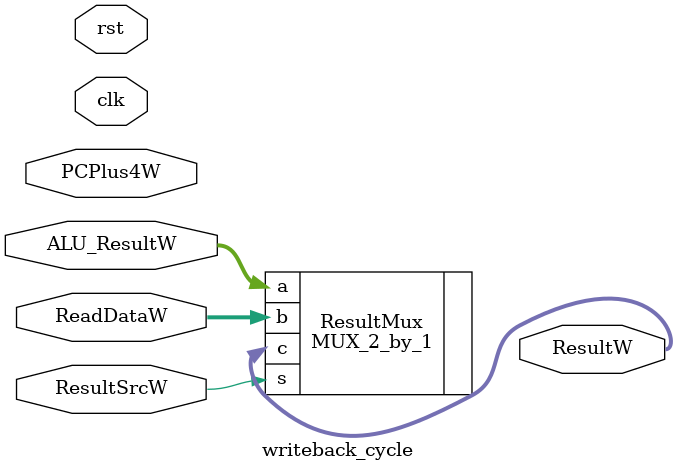
<source format=v>


//        http://www.apache.org/licenses/LICENSE-2.0

//    Unless required by applicable law or agreed to in writing, software
//    distributed under the License is distributed on an "AS IS" BASIS,
//    WITHOUT WARRANTIES OR CONDITIONS OF ANY KIND, either express or implied.
//    See the License for the specific language governing permissions and
//    limitations under the License.

`include "MUX_2_by_1.v"
module writeback_cycle(clk, rst, ResultSrcW, PCPlus4W, ALU_ResultW, ReadDataW, ResultW);

// Declaration of IOs
input clk, rst, ResultSrcW;
input [31:0] PCPlus4W, ALU_ResultW, ReadDataW;

output [31:0] ResultW;

// Declaration of Module
MUX_2_by_1 ResultMux (    
                .a(ALU_ResultW),
                .b(ReadDataW),
                .s(ResultSrcW),
                .c(ResultW)
                );
endmodule
</source>
